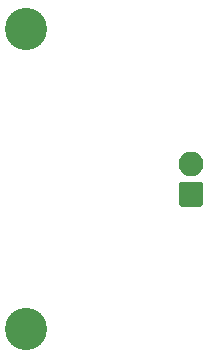
<source format=gbr>
G04 #@! TF.GenerationSoftware,KiCad,Pcbnew,5.1.7-a382d34a8~87~ubuntu18.04.1*
G04 #@! TF.CreationDate,2020-12-09T10:15:32-08:00*
G04 #@! TF.ProjectId,led_ring,6c65645f-7269-46e6-972e-6b696361645f,rev?*
G04 #@! TF.SameCoordinates,Original*
G04 #@! TF.FileFunction,Soldermask,Bot*
G04 #@! TF.FilePolarity,Negative*
%FSLAX46Y46*%
G04 Gerber Fmt 4.6, Leading zero omitted, Abs format (unit mm)*
G04 Created by KiCad (PCBNEW 5.1.7-a382d34a8~87~ubuntu18.04.1) date 2020-12-09 10:15:32*
%MOMM*%
%LPD*%
G01*
G04 APERTURE LIST*
%ADD10O,2.100000X2.100000*%
%ADD11C,3.575000*%
G04 APERTURE END LIST*
G36*
G01*
X65820000Y-51220000D02*
X65820000Y-52920000D01*
G75*
G02*
X65620000Y-53120000I-200000J0D01*
G01*
X63920000Y-53120000D01*
G75*
G02*
X63720000Y-52920000I0J200000D01*
G01*
X63720000Y-51220000D01*
G75*
G02*
X63920000Y-51020000I200000J0D01*
G01*
X65620000Y-51020000D01*
G75*
G02*
X65820000Y-51220000I0J-200000D01*
G01*
G37*
D10*
X64770000Y-49530000D03*
D11*
X50800000Y-38100000D03*
X50800000Y-63500000D03*
M02*

</source>
